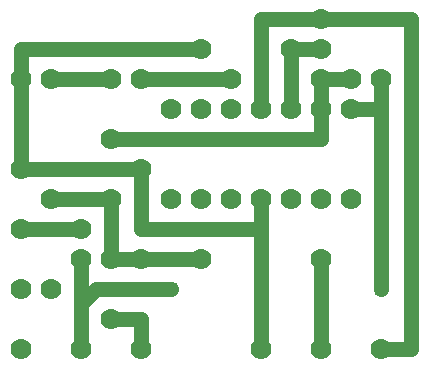
<source format=gbl>
G75*
%MOIN*%
%OFA0B0*%
%FSLAX25Y25*%
%IPPOS*%
%LPD*%
%AMOC8*
5,1,8,0,0,1.08239X$1,22.5*
%
%ADD10C,0.07000*%
%ADD11C,0.05000*%
%ADD12R,0.03962X0.03962*%
D10*
X0017738Y0055337D03*
X0017738Y0075337D03*
X0027738Y0075337D03*
X0037738Y0085337D03*
X0047738Y0085337D03*
X0057738Y0085337D03*
X0077738Y0085337D03*
X0077738Y0105337D03*
X0087738Y0105337D03*
X0097738Y0105337D03*
X0107738Y0105337D03*
X0117738Y0105337D03*
X0127738Y0105337D03*
X0117738Y0085337D03*
X0117738Y0055337D03*
X0137738Y0055337D03*
X0097738Y0055337D03*
X0057738Y0055337D03*
X0047738Y0065337D03*
X0037738Y0055337D03*
X0037738Y0095337D03*
X0047738Y0105337D03*
X0057738Y0115337D03*
X0067738Y0105337D03*
X0047738Y0125337D03*
X0047738Y0145337D03*
X0057738Y0145337D03*
X0067738Y0135337D03*
X0077738Y0135337D03*
X0087738Y0135337D03*
X0087738Y0145337D03*
X0097738Y0135337D03*
X0107738Y0135337D03*
X0117738Y0135337D03*
X0117738Y0145337D03*
X0127738Y0145337D03*
X0127738Y0135337D03*
X0137738Y0145337D03*
X0117738Y0155337D03*
X0117738Y0165337D03*
X0107738Y0155337D03*
X0077738Y0155337D03*
X0027738Y0145337D03*
X0017738Y0145337D03*
X0017738Y0115337D03*
X0027738Y0105337D03*
X0017738Y0095337D03*
D11*
X0037738Y0095337D01*
X0037738Y0085337D02*
X0037738Y0055337D01*
X0047738Y0065337D02*
X0057738Y0065337D01*
X0057738Y0055337D01*
X0067738Y0075337D02*
X0042738Y0075337D01*
X0037738Y0070337D01*
X0037738Y0085337D01*
X0047738Y0085337D02*
X0077738Y0085337D01*
X0097738Y0095337D02*
X0097738Y0105337D01*
X0097738Y0100337D01*
X0097738Y0100337D01*
X0097738Y0105337D01*
X0097738Y0105337D01*
X0097738Y0095337D02*
X0097738Y0055337D01*
X0117738Y0055337D02*
X0117738Y0085337D01*
X0137738Y0075337D02*
X0137738Y0135337D01*
X0127738Y0135337D01*
X0127738Y0145337D02*
X0117738Y0145337D01*
X0117738Y0135337D01*
X0117738Y0125337D01*
X0047738Y0125337D01*
X0057738Y0115337D02*
X0017738Y0115337D01*
X0017738Y0145337D01*
X0017738Y0155337D01*
X0077738Y0155337D01*
X0087738Y0145337D02*
X0057738Y0145337D01*
X0047738Y0145337D02*
X0027738Y0145337D01*
X0057738Y0115337D02*
X0057738Y0095337D01*
X0097738Y0095337D01*
X0097738Y0135337D02*
X0097738Y0165337D01*
X0117738Y0165337D01*
X0147738Y0165337D01*
X0147738Y0055337D01*
X0137738Y0055337D01*
X0137738Y0135337D02*
X0137738Y0145337D01*
X0117738Y0155337D02*
X0107738Y0155337D01*
X0107738Y0135337D01*
X0047738Y0105337D02*
X0047738Y0085337D01*
X0047738Y0105337D02*
X0027738Y0105337D01*
D12*
X0067738Y0075337D03*
X0137738Y0075337D03*
M02*

</source>
